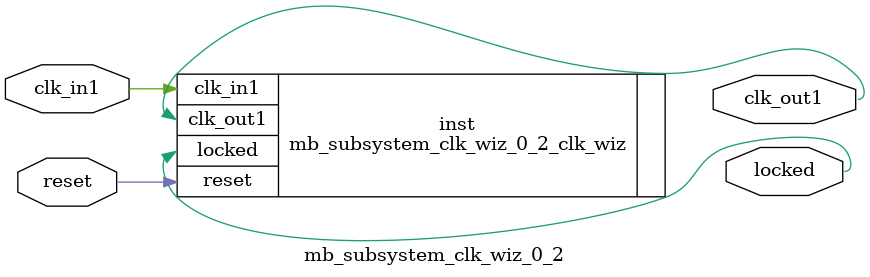
<source format=v>


`timescale 1ps/1ps

(* CORE_GENERATION_INFO = "mb_subsystem_clk_wiz_0_2,clk_wiz_v5_4_3_0,{component_name=mb_subsystem_clk_wiz_0_2,use_phase_alignment=true,use_min_o_jitter=false,use_max_i_jitter=false,use_dyn_phase_shift=false,use_inclk_switchover=false,use_dyn_reconfig=false,enable_axi=0,feedback_source=FDBK_AUTO,PRIMITIVE=MMCM,num_out_clk=1,clkin1_period=8.333,clkin2_period=10.000,use_power_down=false,use_reset=true,use_locked=true,use_inclk_stopped=false,feedback_type=SINGLE,CLOCK_MGR_TYPE=NA,manual_override=false}" *)

module mb_subsystem_clk_wiz_0_2 
 (
  // Clock out ports
  output        clk_out1,
  // Status and control signals
  input         reset,
  output        locked,
 // Clock in ports
  input         clk_in1
 );

  mb_subsystem_clk_wiz_0_2_clk_wiz inst
  (
  // Clock out ports  
  .clk_out1(clk_out1),
  // Status and control signals               
  .reset(reset), 
  .locked(locked),
 // Clock in ports
  .clk_in1(clk_in1)
  );

endmodule

</source>
